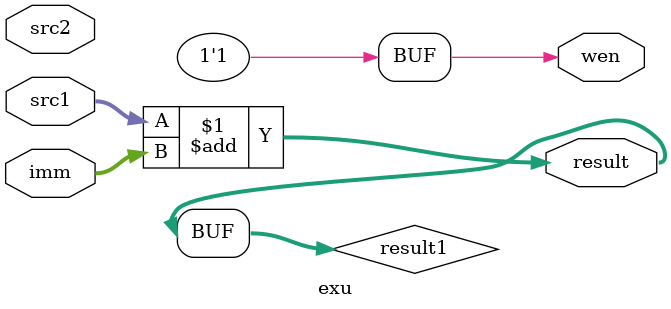
<source format=v>
module exu (
    input [31:0] src1,
    input [31:0] src2,
    input [31:0] imm,
    output [31:0] result,
    output wen
);
    reg [31:0] result1, result2; 
    assign result1 = src1 + imm;
    assign result2 = src1 + src2;
    assign result = result1;
    /*
    MuxKeyWithDefault #(2, 3, 32) mux_inst (
    .out(result),
    .key(TYPE_type),
    .default_out(32'b0),
    .lut({
        3'b0, result
        })
    );
    */
    assign wen = 1'b1;
endmodule

</source>
